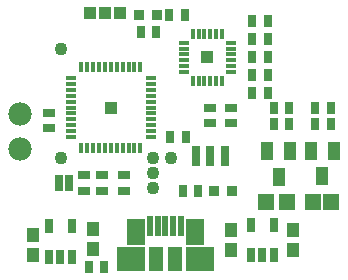
<source format=gts>
G75*
G70*
%OFA0B0*%
%FSLAX24Y24*%
%IPPOS*%
%LPD*%
%AMOC8*
5,1,8,0,0,1.08239X$1,22.5*
%
%ADD10R,0.0394X0.0394*%
%ADD11R,0.0158X0.0355*%
%ADD12R,0.0355X0.0158*%
%ADD13R,0.0257X0.0512*%
%ADD14C,0.0780*%
%ADD15R,0.0316X0.0394*%
%ADD16R,0.0394X0.0316*%
%ADD17R,0.0316X0.0709*%
%ADD18R,0.0355X0.0355*%
%ADD19R,0.0434X0.0473*%
%ADD20R,0.0290X0.0540*%
%ADD21R,0.0434X0.0591*%
%ADD22R,0.0217X0.0709*%
%ADD23R,0.0975X0.0788*%
%ADD24R,0.0621X0.0867*%
%ADD25R,0.0453X0.0827*%
%ADD26C,0.0434*%
%ADD27R,0.0440X0.0440*%
%ADD28R,0.0540X0.0540*%
D10*
X006800Y006550D03*
X010020Y008220D03*
D11*
X010118Y007433D03*
X010315Y007433D03*
X010512Y007433D03*
X009921Y007433D03*
X009724Y007433D03*
X009527Y007433D03*
X007784Y007889D03*
X007587Y007889D03*
X007390Y007889D03*
X007193Y007889D03*
X006996Y007889D03*
X006800Y007889D03*
X006603Y007889D03*
X006406Y007889D03*
X006209Y007889D03*
X006012Y007889D03*
X005815Y007889D03*
X005815Y005211D03*
X006012Y005211D03*
X006209Y005211D03*
X006406Y005211D03*
X006603Y005211D03*
X006800Y005211D03*
X006996Y005211D03*
X007193Y005211D03*
X007390Y005211D03*
X007587Y005211D03*
X007784Y005211D03*
X009527Y009007D03*
X009724Y009007D03*
X009921Y009007D03*
X010118Y009007D03*
X010315Y009007D03*
X010512Y009007D03*
D12*
X010807Y008712D03*
X010807Y008515D03*
X010807Y008318D03*
X010807Y008122D03*
X010807Y007925D03*
X010807Y007728D03*
X009232Y007728D03*
X009232Y007925D03*
X009232Y008122D03*
X009232Y008318D03*
X009232Y008515D03*
X009232Y008712D03*
X008138Y007534D03*
X008138Y007337D03*
X008138Y007141D03*
X008138Y006944D03*
X008138Y006747D03*
X008138Y006550D03*
X008138Y006353D03*
X008138Y006156D03*
X008138Y005959D03*
X008138Y005763D03*
X008138Y005566D03*
X005461Y005566D03*
X005461Y005763D03*
X005461Y005959D03*
X005461Y006156D03*
X005461Y006353D03*
X005461Y006550D03*
X005461Y006747D03*
X005461Y006944D03*
X005461Y007141D03*
X005461Y007337D03*
X005461Y007534D03*
D13*
X011475Y002642D03*
X012224Y002642D03*
X012224Y001618D03*
X011850Y001618D03*
X011475Y001618D03*
X005494Y001578D03*
X005120Y001578D03*
X004745Y001578D03*
X004745Y002602D03*
X005494Y002602D03*
D14*
X003772Y005182D03*
X003772Y006322D03*
D15*
X007794Y009060D03*
X008305Y009060D03*
X008754Y009620D03*
X009265Y009620D03*
X011514Y009420D03*
X012025Y009420D03*
X012025Y008820D03*
X011514Y008820D03*
X011514Y008220D03*
X012025Y008220D03*
X012025Y007620D03*
X011514Y007620D03*
X011514Y007020D03*
X012025Y007020D03*
X012244Y006520D03*
X012755Y006520D03*
X012755Y006000D03*
X012244Y006000D03*
X013614Y006000D03*
X014125Y006000D03*
X014125Y006520D03*
X013614Y006520D03*
X009705Y003780D03*
X009194Y003780D03*
X009295Y005580D03*
X008784Y005580D03*
X006585Y001220D03*
X006074Y001220D03*
D16*
X005900Y003774D03*
X005900Y004286D03*
X006500Y004286D03*
X006500Y003774D03*
X007230Y003774D03*
X007230Y004286D03*
X004730Y005854D03*
X004730Y006366D03*
X010100Y006546D03*
X010100Y006034D03*
X010820Y006034D03*
X010820Y006546D03*
D17*
X010592Y004950D03*
X010120Y004950D03*
X009647Y004950D03*
D18*
X010254Y003780D03*
X010845Y003780D03*
X008335Y009620D03*
X007744Y009620D03*
D19*
X004200Y001635D03*
X004200Y002305D03*
X006200Y002505D03*
X006200Y001835D03*
X010800Y001795D03*
X010800Y002465D03*
X012870Y002465D03*
X012870Y001795D03*
D20*
X005402Y004040D03*
X005077Y004040D03*
D21*
X012019Y005107D03*
X012767Y005107D03*
X013480Y005117D03*
X014228Y005117D03*
X013854Y004251D03*
X012393Y004240D03*
D22*
X009131Y002592D03*
X008875Y002592D03*
X008620Y002592D03*
X008364Y002592D03*
X008108Y002592D03*
D23*
X007458Y001490D03*
X009781Y001490D03*
D24*
X009604Y002396D03*
X007635Y002396D03*
D25*
X008314Y001490D03*
X008925Y001490D03*
D26*
X008200Y003880D03*
X008200Y004380D03*
X008200Y004880D03*
X008800Y004880D03*
X005150Y004880D03*
X005150Y008500D03*
D27*
X006100Y009690D03*
X006600Y009690D03*
X007100Y009690D03*
D28*
X011960Y003410D03*
X012680Y003410D03*
X013540Y003410D03*
X014140Y003410D03*
M02*

</source>
